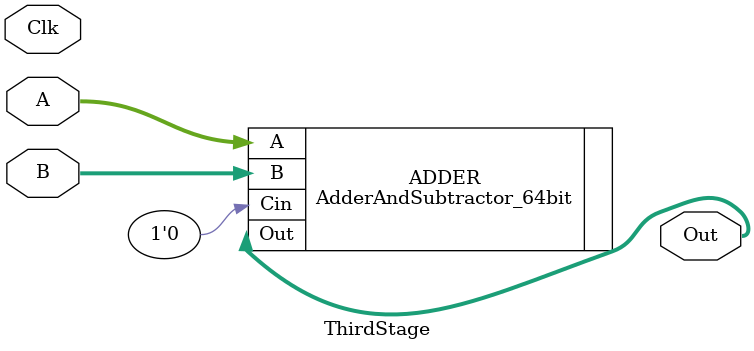
<source format=v>
module ThirdStage(Clk, A, B, Out);

input Clk;
input [63:0] A, B;
output [63:0] Out;

AdderAndSubtractor_64bit ADDER(.A(A), .B(B), .Cin(1'b0), .Out(Out));

endmodule
</source>
